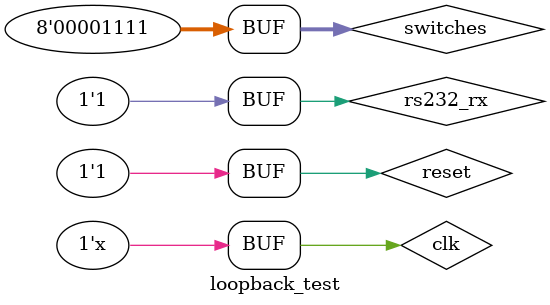
<source format=v>
`timescale 1ns / 1ps


module loopback_test;

	// Inputs
	reg [7:0] switches;
	reg rs232_rx;
	reg reset;
	reg clk;

	// Outputs
	wire [7:0] leds;
	wire rs232_tx;

	// Instantiate the Unit Under Test (UUT)
	loopback uut (
		.switches(switches), 
		.leds(leds), 
		.rs232_tx(rs232_tx), 
		.rs232_rx(rs232_rx), 
		.reset(reset), 
		.clk(clk)
	);

	always begin
		clk = ~clk;
		#5;
	end
	
	initial begin
		// Initialize Inputs
		switches = 0;
		rs232_rx = 1;
		reset = 0;
		clk = 0;

		// Wait 100 ns for global reset to finish
		#100;
      reset = 1; 
		#3000000;
		switches = 8'b01100110;
		#1200000;
		switches = 8'b10100000;
		#400000;
		switches = 8'b00001111;
		
		rs232_rx = 0;
		#104167;
		
		rs232_rx = 1;
		#104167;
		rs232_rx = 0;
		#104167;
		rs232_rx = 1;
		#104167;
		rs232_rx = 0;
		#104167;
		rs232_rx = 0;
		#104167;
		rs232_rx = 0;
		#104167;
		rs232_rx = 1;
		#104167;
		rs232_rx = 1;
		#104167;
		
		rs232_rx = 1;
		#104167;
		
		
		

	end
      
endmodule


</source>
